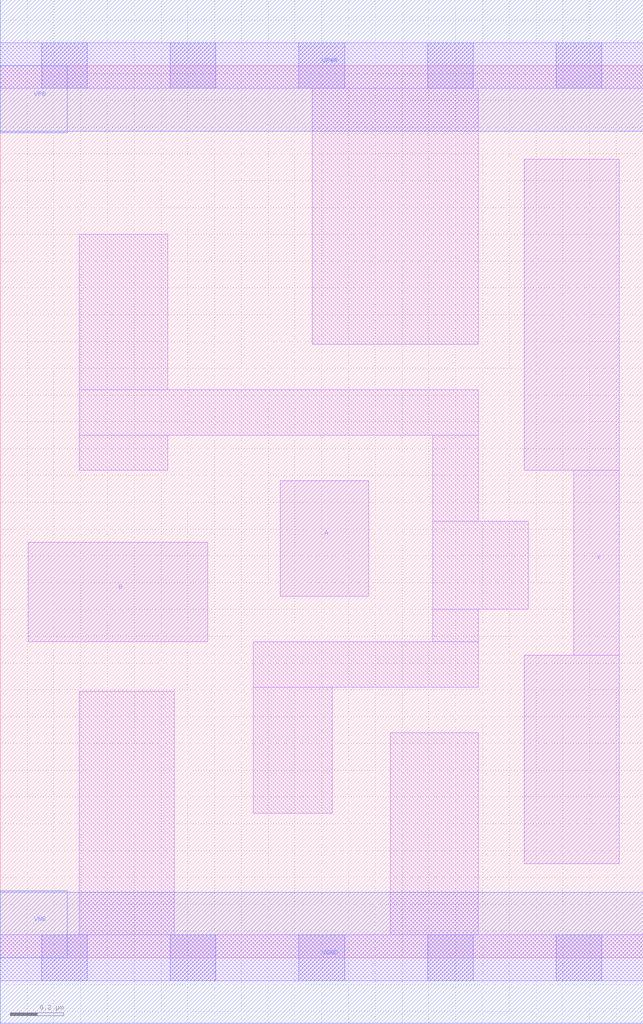
<source format=lef>
# Copyright 2020 The SkyWater PDK Authors
#
# Licensed under the Apache License, Version 2.0 (the "License");
# you may not use this file except in compliance with the License.
# You may obtain a copy of the License at
#
#     https://www.apache.org/licenses/LICENSE-2.0
#
# Unless required by applicable law or agreed to in writing, software
# distributed under the License is distributed on an "AS IS" BASIS,
# WITHOUT WARRANTIES OR CONDITIONS OF ANY KIND, either express or implied.
# See the License for the specific language governing permissions and
# limitations under the License.
#
# SPDX-License-Identifier: Apache-2.0

VERSION 5.5 ;
NAMESCASESENSITIVE ON ;
BUSBITCHARS "[]" ;
DIVIDERCHAR "/" ;
MACRO sky130_fd_sc_hs__or2_1
  CLASS CORE ;
  SOURCE USER ;
  ORIGIN  0.000000  0.000000 ;
  SIZE  2.400000 BY  3.330000 ;
  SYMMETRY X Y ;
  SITE unit ;
  PIN A
    ANTENNAGATEAREA  0.208000 ;
    DIRECTION INPUT ;
    USE SIGNAL ;
    PORT
      LAYER li1 ;
        RECT 1.045000 1.350000 1.375000 1.780000 ;
    END
  END A
  PIN B
    ANTENNAGATEAREA  0.208000 ;
    DIRECTION INPUT ;
    USE SIGNAL ;
    PORT
      LAYER li1 ;
        RECT 0.105000 1.180000 0.775000 1.550000 ;
    END
  END B
  PIN X
    ANTENNADIFFAREA  0.541300 ;
    DIRECTION OUTPUT ;
    USE SIGNAL ;
    PORT
      LAYER li1 ;
        RECT 1.955000 0.350000 2.310000 1.130000 ;
        RECT 1.955000 1.820000 2.310000 2.980000 ;
        RECT 2.140000 1.130000 2.310000 1.820000 ;
    END
  END X
  PIN VGND
    DIRECTION INOUT ;
    USE GROUND ;
    PORT
      LAYER met1 ;
        RECT 0.000000 -0.245000 2.400000 0.245000 ;
    END
  END VGND
  PIN VNB
    DIRECTION INOUT ;
    USE GROUND ;
    PORT
      LAYER met1 ;
        RECT 0.000000 0.000000 0.250000 0.250000 ;
    END
  END VNB
  PIN VPB
    DIRECTION INOUT ;
    USE POWER ;
    PORT
      LAYER met1 ;
        RECT 0.000000 3.080000 0.250000 3.330000 ;
    END
  END VPB
  PIN VPWR
    DIRECTION INOUT ;
    USE POWER ;
    PORT
      LAYER met1 ;
        RECT 0.000000 3.085000 2.400000 3.575000 ;
    END
  END VPWR
  OBS
    LAYER li1 ;
      RECT 0.000000 -0.085000 2.400000 0.085000 ;
      RECT 0.000000  3.245000 2.400000 3.415000 ;
      RECT 0.295000  0.085000 0.650000 0.995000 ;
      RECT 0.295000  1.820000 0.625000 1.950000 ;
      RECT 0.295000  1.950000 1.785000 2.120000 ;
      RECT 0.295000  2.120000 0.625000 2.700000 ;
      RECT 0.945000  0.540000 1.240000 1.010000 ;
      RECT 0.945000  1.010000 1.785000 1.180000 ;
      RECT 1.165000  2.290000 1.785000 3.245000 ;
      RECT 1.455000  0.085000 1.785000 0.840000 ;
      RECT 1.615000  1.180000 1.785000 1.300000 ;
      RECT 1.615000  1.300000 1.970000 1.630000 ;
      RECT 1.615000  1.630000 1.785000 1.950000 ;
    LAYER mcon ;
      RECT 0.155000 -0.085000 0.325000 0.085000 ;
      RECT 0.155000  3.245000 0.325000 3.415000 ;
      RECT 0.635000 -0.085000 0.805000 0.085000 ;
      RECT 0.635000  3.245000 0.805000 3.415000 ;
      RECT 1.115000 -0.085000 1.285000 0.085000 ;
      RECT 1.115000  3.245000 1.285000 3.415000 ;
      RECT 1.595000 -0.085000 1.765000 0.085000 ;
      RECT 1.595000  3.245000 1.765000 3.415000 ;
      RECT 2.075000 -0.085000 2.245000 0.085000 ;
      RECT 2.075000  3.245000 2.245000 3.415000 ;
  END
END sky130_fd_sc_hs__or2_1

</source>
